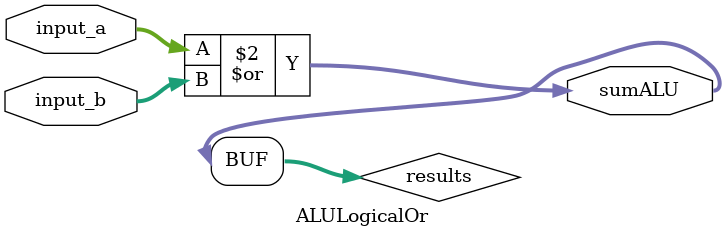
<source format=v>
module ALULogicalOr (
	input [31:0] input_a, input_b,
	output [31:0] sumALU,
	);
	
	reg [31:0] results;
	assign sumALU = results;
	
	
	always @(*)
	begin
		//  Logical or
           results = input_a | input_b;
          
	end
	
endmodule
		
		
	
</source>
